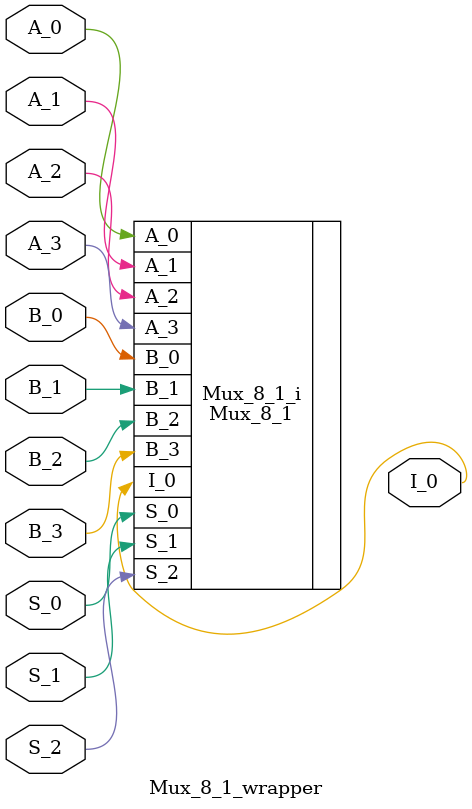
<source format=v>
`timescale 1 ps / 1 ps

module Mux_8_1_wrapper
   (A_0,
    A_1,
    A_2,
    A_3,
    B_0,
    B_1,
    B_2,
    B_3,
    I_0,
    S_0,
    S_1,
    S_2);
  input A_0;
  input A_1;
  input A_2;
  input A_3;
  input B_0;
  input B_1;
  input B_2;
  input B_3;
  output I_0;
  input S_0;
  input S_1;
  input S_2;

  wire A_0;
  wire A_1;
  wire A_2;
  wire A_3;
  wire B_0;
  wire B_1;
  wire B_2;
  wire B_3;
  wire I_0;
  wire S_0;
  wire S_1;
  wire S_2;

  Mux_8_1 Mux_8_1_i
       (.A_0(A_0),
        .A_1(A_1),
        .A_2(A_2),
        .A_3(A_3),
        .B_0(B_0),
        .B_1(B_1),
        .B_2(B_2),
        .B_3(B_3),
        .I_0(I_0),
        .S_0(S_0),
        .S_1(S_1),
        .S_2(S_2));
endmodule

</source>
